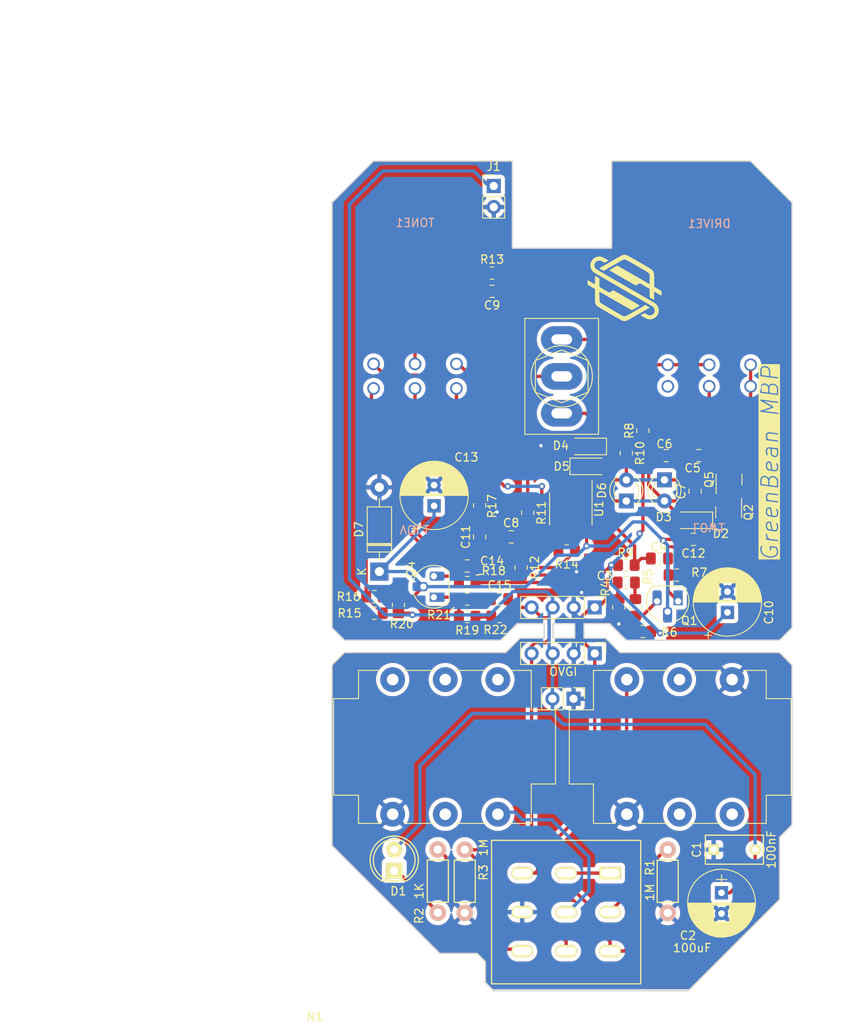
<source format=kicad_pcb>
(kicad_pcb (version 20221018) (generator pcbnew)
  (title_block (title "Template Project") (date "2023-08-09") (company "TKW"))
  (layers (0 "F.Cu" signal) (31 "B.Cu" signal) (34 "B.Paste" user) (35 "F.Paste" user) (36 "B.SilkS" user "B.Silkscreen") (37 "F.SilkS" user "F.Silkscreen") (38 "B.Mask" user) (39 "F.Mask" user) (44 "Edge.Cuts" user))
  (net 0 "")
  (net 1 "GND")
  (net 2 "+9V")
  (net 3 "Net-(D1-K)")
  (net 4 "O")
  (net 5 "I")
  (net 6 "Net-(SW1C-C)")
  (net 7 "Net-(C3-Pad2)")
  (net 8 "Net-(Q1-E)")
  (net 9 "Net-(U1A-+)")
  (net 10 "Net-(SW1A-A)")
  (net 14 "Net-(SW1A-B)")
  (net 18 "Net-(SW1B-B)")
  (net 20 "Net-(C5-Pad1)")
  (net 21 "Net-(C5-Pad2)")
  (net 22 "A")
  (net 23 "B")
  (net 24 "Net-(U1B-+)")
  (net 25 "Net-(C9-Pad1)")
  (net 26 "Net-(C9-Pad2)")
  (net 27 "VB")
  (net 28 "Net-(C11-Pad1)")
  (net 29 "Net-(C11-Pad2)")
  (net 30 "VC")
  (net 31 "Net-(C14-Pad1)")
  (net 32 "Net-(Q4-B)")
  (net 33 "Net-(C15-Pad1)")
  (net 34 "Net-(D2-K)")
  (net 35 "Net-(D4-K)")
  (net 36 "Net-(DRIVE1-Pad2)")
  (net 38 "Net-(Q1-B)")
  (net 39 "Net-(Q4-E)")
  (net 40 "Net-(U1B--)")
  (net 41 "Net-(R17-Pad2)")
  (net 42 "Net-(Q2-D)")
  (footprint "Pedal-Components:3PDT-Footswitch" (layer "F.Cu") (at 143.25 142.525 180)
    (fp_text reference "SW1" hide)
    (fp_text value "SW_3PDT" hide)
  )
  (footprint "Connector_Audio:Jack_6.35mm_Neutrik_NMJ6HCD2_Horizontal" (layer "F.Cu") (at 135.01 130.73 180)
    (fp_text reference "J3" hide)
    (fp_text value "NMJ6HCD2")
  )
  (footprint "Connector_PinHeader_2.54mm:PinHeader_1x02_P2.54mm_Vertical" (layer "F.Cu") (at 134.51 55)
    (fp_text reference "J1")
    (fp_text value "V+ GND")
  )
  (footprint "Pin_Headers:Pin_Header_Straight_1x04_Pitch2.54mm" (layer "F.Cu") (at 146.7 111.35 -90)
    (fp_text reference "JOVGI1" hide)
    (fp_text value "OVGI")
  )
  (footprint "Pin_Headers:Pin_Header_Straight_1x04_Pitch2.54mm" (layer "F.Cu") (at 146.7 105.8 -90)
    (fp_text reference "JOVGI2" hide)
    (fp_text value "OVGI" hide)
  )
  (footprint "Capacitors_THT:CP_Radial_D8.0mm_P2.50mm" (layer "F.Cu") (at 162 140.2 -90)
    (fp_text reference "C2")
    (fp_text value "100uF")
  )
  (footprint "LEDs:LED-5MM" (layer "F.Cu") (at 122.5 137.54 90)
    (fp_text reference "D1")
    (fp_text value "LED" hide)
  )
  (footprint "Resistors_ThroughHole:Resistor_Horizontal_RM7mm" (layer "F.Cu") (at 155.5 135 -90)
    (fp_text reference "R1")
    (fp_text value "1M")
  )
  (footprint "Resistors_ThroughHole:Resistor_Horizontal_RM7mm" (layer "F.Cu") (at 127.76 142.6 90)
    (fp_text reference "R2")
    (fp_text value "1K")
  )
  (footprint "Resistors_ThroughHole:Resistor_Horizontal_RM7mm" (layer "F.Cu") (at 131.01 135 -90)
    (fp_text reference "R3")
    (fp_text value "1M")
  )
  (footprint "Capacitors_ThroughHole:C_Rect_L7_W3.5_P5" (layer "F.Cu") (at 161.05 135)
    (fp_text reference "C1")
    (fp_text value "100nF")
  )
  (footprint "Connector_PinHeader_2.54mm:PinHeader_1x02_P2.54mm_Vertical" (layer "F.Cu") (at 144.14 116.81 -90)
    (fp_text reference "J4" hide)
    (fp_text value "V+ GND")
  )
  (footprint "Connector_Audio:Jack_6.35mm_Neutrik_NMJ6HCD2_Horizontal" (layer "F.Cu") (at 150.575 114.5)
    (fp_text reference "J2" hide)
    (fp_text value "NMJ6HCD2")
  )
  (footprint "Resistor_SMD:R_0805_2012Metric_Pad1.20x1.40mm_HandSolder" (layer "F.Cu") (at 143.31 99)
    (fp_text reference "R14")
    (fp_text value "1k")
  )
  (footprint "Pedal-Components:SW_Toggle_Blue_wSlots" (layer "F.Cu") (at 142.71 77.95 90)
    (fp_text reference "SW2" hide)
    (fp_text value "SW_SPDT")
  )
  (footprint "LED_THT:LED_D3.0mm" (layer "F.Cu") (at 150.51 92.975 90)
    (fp_text reference "D6")
    (fp_text value "LED")
  )
  (footprint "Resistor_SMD:R_0805_2012Metric_Pad1.20x1.40mm_HandSolder" (layer "F.Cu") (at 131.31 106.9 180)
    (fp_text reference "R19")
    (fp_text value "10k")
  )
  (footprint "LED_THT:LED_D3.0mm" (layer "F.Cu") (at 155.11 90.425 -90)
    (fp_text reference "D3")
    (fp_text value "LED")
  )
  (footprint "Resistor_SMD:R_0805_2012Metric_Pad1.20x1.40mm_HandSolder" (layer "F.Cu") (at 137.81 101 -90)
    (fp_text reference "R12")
    (fp_text value "10k")
  )
  (footprint "Capacitor_SMD:C_0805_2012Metric_Pad1.18x1.45mm_HandSolder" (layer "F.Cu") (at 136.61 97.3)
    (fp_text reference "C8")
    (fp_text value "220n")
  )
  (footprint "Resistor_SMD:R_0805_2012Metric_Pad1.20x1.40mm_HandSolder" (layer "F.Cu") (at 135.21 106.9)
    (fp_text reference "R22")
    (fp_text value "10k")
  )
  (footprint "Package_SO:SO-8_3.9x4.9mm_P1.27mm" (layer "F.Cu") (at 143.81 93.9 -90)
    (fp_text reference "U1")
    (fp_text value "RC4558")
  )
  (footprint "Resistor_SMD:R_0805_2012Metric_Pad1.20x1.40mm_HandSolder" (layer "F.Cu") (at 123.01 105.5 -90)
    (fp_text reference "R20")
    (fp_text value "47R")
  )
  (footprint "Diode_SMD:D_SOD-123F" (layer "F.Cu") (at 145.91 88.8)
    (fp_text reference "D5")
    (fp_text value "1N914")
  )
  (footprint "Capacitor_SMD:C_0805_2012Metric_Pad1.18x1.45mm_HandSolder" (layer "F.Cu") (at 154.51 99.9 180)
    (fp_text reference "C4")
    (fp_text value "1u")
  )
  (footprint "Diode_SMD:D_SOD-123F" (layer "F.Cu") (at 145.91 86.4 180)
    (fp_text reference "D4")
    (fp_text value "1N914")
  )
  (footprint "Capacitor_THT:CP_Radial_D8.0mm_P2.50mm" (layer "F.Cu") (at 127.31 93.552651 90)
    (fp_text reference "C13")
    (fp_text value "100uF")
  )
  (footprint "Capacitor_SMD:C_0805_2012Metric_Pad1.18x1.45mm_HandSolder" (layer "F.Cu") (at 155.31 87.5 180)
    (fp_text reference "C6")
    (fp_text value "47n")
  )
  (footprint "Resistor_SMD:R_0805_2012Metric_Pad1.20x1.40mm_HandSolder" (layer "F.Cu") (at 156.61 101.9 180)
    (fp_text reference "R7")
    (fp_text value "10k")
  )
  (footprint "Capacitor_SMD:C_0805_2012Metric_Pad1.18x1.45mm_HandSolder" (layer "F.Cu") (at 150.51 102.8)
    (fp_text reference "C3")
    (fp_text value "20n")
  )
  (footprint "Resistor_SMD:R_0805_2012Metric_Pad1.20x1.40mm_HandSolder" (layer "F.Cu") (at 138.61 94.4 -90)
    (fp_text reference "R11")
    (fp_text value "1k")
  )
  (footprint "Pedal-Components:tkw" (layer "F.Cu") (at 150.26 67.3)
    (fp_text reference "G***" hide)
    (fp_text value "LOGO" hide)
  )
  (footprint "Resistor_SMD:R_0805_2012Metric_Pad1.20x1.40mm_HandSolder" (layer "F.Cu") (at 134.31 65.5)
    (fp_text reference "R13")
    (fp_text value "220R")
  )
  (footprint "Capacitor_SMD:C_0805_2012Metric_Pad1.18x1.45mm_HandSolder" (layer "F.Cu") (at 158.61 97.6 180)
    (fp_text reference "C12")
    (fp_text value "220n")
  )
  (footprint "Resistor_SMD:R_0805_2012Metric_Pad1.20x1.40mm_HandSolder" (layer "F.Cu") (at 151.61 105.8 90)
    (fp_text reference "R5")
    (fp_text value "1k")
  )
  (footprint "Capacitor_SMD:C_0805_2012Metric_Pad1.18x1.45mm_HandSolder" (layer "F.Cu") (at 134.31 67.7 180)
    (fp_text reference "C9")
    (fp_text value "220n")
  )
  (footprint "Resistor_SMD:R_0805_2012Metric_Pad1.20x1.40mm_HandSolder" (layer "F.Cu") (at 150.51 100.7 180)
    (fp_text reference "R9")
    (fp_text value "10k")
  )
  (footprint "Package_TO_SOT_THT:TO-92L_HandSolder" (layer "F.Cu") (at 156.76 105.05 180)
    (fp_text reference "Q1")
    (fp_text value "2SC1815")
  )
  (footprint "Resistor_SMD:R_0805_2012Metric_Pad1.20x1.40mm_HandSolder" (layer "F.Cu") (at 152.51 108.7)
    (fp_text reference "R6")
    (fp_text value "510k")
  )
  (footprint "Resistor_SMD:R_0805_2012Metric_Pad1.20x1.40mm_HandSolder" (layer "F.Cu") (at 120.11 104.5)
    (fp_text reference "R16")
    (fp_text value "10k")
  )
  (footprint "Capacitor_THT:CP_Radial_D8.0mm_P2.50mm" (layer "F.Cu") (at 162.71 106.4 90)
    (fp_text reference "C10")
    (fp_text value "10uF")
  )
  (footprint "Resistor_SMD:R_0805_2012Metric_Pad1.20x1.40mm_HandSolder" (layer "F.Cu") (at 131.31 102.8)
    (fp_text reference "R18")
    (fp_text value "510k")
  )
  (footprint "Capacitor_SMD:C_0805_2012Metric_Pad1.18x1.45mm_HandSolder" (layer "F.Cu") (at 132.81 97.3 90)
    (fp_text reference "C11")
    (fp_text value "1u")
  )
  (footprint "Capacitor_SMD:C_0805_2012Metric_Pad1.18x1.45mm_HandSolder" (layer "F.Cu") (at 131.31 100.8 180)
    (fp_text reference "C14")
    (fp_text value "100n")
  )
  (footprint "Capacitor_SMD:C_0805_2012Metric_Pad1.18x1.45mm_HandSolder" (layer "F.Cu") (at 159.2475 87.5)
    (fp_text reference "C5")
    (fp_text value "150n")
  )
  (footprint "Resistor_SMD:R_0805_2012Metric_Pad1.20x1.40mm_HandSolder" (layer "F.Cu") (at 131.31 104.8)
    (fp_text reference "R21")
    (fp_text value "100R")
  )
  (footprint "Package_TO_SOT_THT:TO-92L_HandSolder" (layer "F.Cu") (at 127.28 104.57 90)
    (fp_text reference "Q4")
    (fp_text value "2SC1815")
  )
  (footprint "Package_TO_SOT_SMD:SOT-23" (layer "F.Cu") (at 162.91 90.4 90)
    (fp_text reference "Q5")
    (fp_text value "2N7002")
  )
  (footprint "Resistor_SMD:R_0805_2012Metric_Pad1.20x1.40mm_HandSolder" (layer "F.Cu") (at 152.51 84.5 90)
    (fp_text reference "R8")
    (fp_text value "4k7")
  )
  (footprint "Pedal-Components:1590B" (layer "F.Cu") (at 112.94 154.659085)
    (fp_text reference "N1")
    (fp_text value "Housing")
  )
  (footprint "Resistor_SMD:R_0805_2012Metric_Pad1.20x1.40mm_HandSolder" (layer "F.Cu") (at 150.51 87.2 -90)
    (fp_text reference "R10")
    (fp_text value "51k")
  )
  (footprint "Capacitor_SMD:C_0805_2012Metric_Pad1.18x1.45mm_HandSolder" (layer "F.Cu") (at 158.81 91.8 90)
    (fp_text reference "C7")
    (fp_text value "51p")
  )
  (footprint "Capacitor_SMD:C_0805_2012Metric_Pad1.18x1.45mm_HandSolder" (layer "F.Cu") (at 135.21 104.8)
    (fp_text reference "C15")
    (fp_text value "1u")
  )
  (footprint "Package_TO_SOT_SMD:SOT-23" (layer "F.Cu") (at 162.86 94.3375 -90)
    (fp_text reference "Q2")
    (fp_text value "2N7002")
  )
  (footprint "Resistor_SMD:R_0805_2012Metric_Pad1.20x1.40mm_HandSolder" (layer "F.Cu") (at 132.81 93.5 90)
    (fp_text reference "R17")
    (fp_text value "1k")
  )
  (footprint "Diode_SMD:D_SOD-123F" (layer "F.Cu") (at 158.71 95.3 180)
    (fp_text reference "D2")
    (fp_text value "BAT41")
  )
  (footprint "Resistor_SMD:R_0805_2012Metric_Pad1.20x1.40mm_HandSolder" (layer "F.Cu") (at 120.11 106.5)
    (fp_text reference "R15")
    (fp_text value "10k")
  )
  (footprint "Resistor_SMD:R_0805_2012Metric_Pad1.20x1.40mm_HandSolder" (layer "F.Cu") (at 149.61 105.8 90)
    (fp_text reference "R4")
    (fp_text value "1M")
  )
  (footprint "Diode_THT:D_DO-41_SOD81_P10.16mm_Horizontal" (layer "F.Cu") (at 120.71 101.48 90)
    (fp_text reference "D7")
    (fp_text value "1N4001")
  )
  (footprint "Pedal-Components:Potentiometer_ALPHA_RV16106N" (layer "B.Cu") (at 160.51 95.654168)
    (fp_text reference "LOW1")
    (fp_text value "20KB")
  )
  (footprint "Pedal-Components:Potentiometer_ALPHA_RV16106N" (layer "B.Cu") (at 125.01 59.945832 180)
    (fp_text reference "TONE1")
    (fp_text value "20KB")
  )
  (footprint "Pedal-Components:Potentiometer_ALPHA_RV16106N" (layer "B.Cu") (at 160.51 60.05 180)
    (fp_text reference "DRIVE1")
    (fp_text value "500KA")
  )
  (footprint "Pedal-Components:Potentiometer_ALPHA_RV16106N" (layer "B.Cu") (at 125.01 95.904168)
    (fp_text reference "VOL1")
    (fp_text value "100KB")
  )
  (gr_line (start 129.21 106.3) (end 129.71 105.8) (stroke (width 0.15)) (layer "F.SilkS"))
  (gr_line (start 133.11 101.8) (end 132.41 101.9) (stroke (width 0.15)) (layer "F.SilkS"))
  (gr_line (start 145.4 107.75) (end 148.5 107.75) (stroke (width 0.15)) (layer "Edge.Cuts"))
  (gr_line (start 137.7 109.5) (end 140.6 109.5) (stroke (width 0.15)) (layer "Edge.Cuts"))
  (gr_line (start 128 147.5) (end 127 146.5) (stroke (width 0.15)) (layer "Edge.Cuts"))
  (gr_line (start 115 134.5) (end 115 121) (stroke (width 0.15)) (layer "Edge.Cuts"))
  (gr_line (start 135.35 109.75) (end 116.5 109.75) (stroke (width 0.15)) (layer "Edge.Cuts"))
  (gr_line (start 145.4 109.5) (end 148 109.5) (stroke (width 0.15)) (layer "Edge.Cuts"))
  (gr_line (start 148.75 62.5) (end 148.75 52) (stroke (width 0.15)) (layer "Edge.Cuts"))
  (gr_line (start 127 146.5) (end 115 134.5) (stroke (width 0.15)) (layer "Edge.Cuts"))
  (gr_line (start 115 57) (end 115 108.25) (stroke (width 0.15)) (layer "Edge.Cuts"))
  (gr_line (start 169 141) (end 158 152) (stroke (width 0.15)) (layer "Edge.Cuts"))
  (gr_line (start 133.5 151) (end 133.5 148.5) (stroke (width 0.15)) (layer "Edge.Cuts"))
  (gr_line (start 149.75 111.25) (end 164.75 111.25) (stroke (width 0.15)) (layer "Edge.Cuts"))
  (gr_line (start 148.5 107.75) (end 150.5 109.75) (stroke (width 0.15)) (layer "Edge.Cuts"))
  (gr_line (start 165.5 52) (end 170.5 57) (stroke (width 0.15)) (layer "Edge.Cuts"))
  (gr_line (start 169 109.75) (end 170.5 108.25) (stroke (width 0.15)) (layer "Edge.Cuts"))
  (gr_line (start 169 133.5) (end 170.5 132) (stroke (width 0.15)) (layer "Edge.Cuts"))
  (gr_line (start 116.5 109.75) (end 115 108.25) (stroke (width 0.15)) (layer "Edge.Cuts"))
  (gr_line (start 140.6 107.75) (end 140.6 109.5) (stroke (width 0.15)) (layer "Edge.Cuts"))
  (gr_line (start 137.35 107.75) (end 135.35 109.75) (stroke (width 0.15)) (layer "Edge.Cuts"))
  (gr_line (start 115 57) (end 120 52) (stroke (width 0.15)) (layer "Edge.Cuts"))
  (gr_line (start 170.5 85) (end 170.5 57) (stroke (width 0.15)) (layer "Edge.Cuts"))
  (gr_line (start 136.75 62.5) (end 148.75 62.5) (stroke (width 0.15)) (layer "Edge.Cuts"))
  (gr_line (start 136.75 52) (end 120 52) (stroke (width 0.15)) (layer "Edge.Cuts"))
  (gr_line (start 170.5 112.75) (end 169 111.25) (stroke (width 0.15)) (layer "Edge.Cuts"))
  (gr_line (start 135.95 111.25) (end 117 111.25) (stroke (width 0.15)) (layer "Edge.Cuts"))
  (gr_line (start 134.5 152) (end 158 152) (stroke (width 0.15)) (layer "Edge.Cuts"))
  (gr_line (start 116.5 109.75) (end 116.5 109.75) (stroke (width 0.15)) (layer "Edge.Cuts"))
  (gr_line (start 137.7 109.5) (end 135.95 111.25) (stroke (width 0.15)) (layer "Edge.Cuts"))
  (gr_line (start 169 133.5) (end 169 141) (stroke (width 0.15)) (layer "Edge.Cuts"))
  (gr_line (start 170.5 108.25) (end 170.5 85) (stroke (width 0.15)) (layer "Edge.Cuts"))
  (gr_line (start 136.75 52) (end 136.75 62.5) (stroke (width 0.15)) (layer "Edge.Cuts"))
  (gr_line (start 134.5 152) (end 133.5 151) (stroke (width 0.15)) (layer "Edge.Cuts"))
  (gr_line (start 133.5 148.5) (end 132.5 147.5) (stroke (width 0.15)) (layer "Edge.Cuts"))
  (gr_rect (start 141.67 107.76) (end 144.29 109.49) (stroke (width 0.15)) (fill none) (layer "Edge.Cuts"))
  (gr_line (start 115 112.75) (end 115 121) (stroke (width 0.15)) (layer "Edge.Cuts"))
  (gr_line (start 148.75 52) (end 165.5 52) (stroke (width 0.15)) (layer "Edge.Cuts"))
  (gr_line (start 132.5 147.5) (end 128.5 147.5) (stroke (width 0.15)) (layer "Edge.Cuts"))
  (gr_line (start 145.4 107.75) (end 145.4 109.5) (stroke (width 0.15)) (layer "Edge.Cuts"))
  (gr_line (start 169 111.25) (end 164.75 111.25) (stroke (width 0.15)) (layer "Edge.Cuts"))
  (gr_line (start 116.5 111.25) (end 115 112.75) (stroke (width 0.15)) (layer "Edge.Cuts"))
  (gr_line (start 148 109.5) (end 149.75 111.25) (stroke (width 0.15)) (layer "Edge.Cuts"))
  (gr_line (start 170.5 132) (end 170.5 112.75) (stroke (width 0.15)) (layer "Edge.Cuts"))
  (gr_line (start 128.5 147.5) (end 128 147.5) (stroke (width 0.15)) (layer "Edge.Cuts"))
  (gr_line (start 137.35 107.75) (end 140.6 107.75) (stroke (width 0.15)) (layer "Edge.Cuts"))
  (gr_line (start 150.5 109.75) (end 169 109.75) (stroke (width 0.15)) (layer "Edge.Cuts"))
  (gr_line (start 117 111.25) (end 116.5 111.25) (stroke (width 0.15)) (layer "Edge.Cuts"))
  (gr_text "GreenBean MBP" (at 169.01 100.3 90) (layer "F.SilkS" knockout) (effects (font (size 2 2) (thickness 0.15) italic) (justify left bottom)))
  (via (at 134.91 94.3) (size 0.8) (drill 0.4) (layers "F.Cu" "B.Cu") (net 1))
  (via (at 140.21 86.3) (size 0.8) (drill 0.4) (layers "F.Cu" "B.Cu") (net 1))
  (via (at 144.51 101.5) (size 0.8) (drill 0.4) (layers "F.Cu" "B.Cu") (net 1))
  (via (at 145.11 104) (size 0.8) (drill 0.4) (layers "F.Cu" "B.Cu") (net 1))
  (via (at 149.61 107.8) (size 0.8) (drill 0.4) (layers "F.Cu" "B.Cu") (net 1))
  (segment (start 144.16 105.8) (end 144.16 106.44) (width 0.4) (layer "B.Cu") (net 1))
  (segment (start 144.75 107.03) (end 144.75 110.76) (width 0.4) (layer "B.Cu") (net 1))
  (segment (start 144.75 110.76) (end 144.16 111.35) (width 0.4) (layer "B.Cu") (net 1))
  (segment (start 144.16 106.44) (end 144.75 107.03) (width 0.4) (layer "B.Cu") (net 1))
  (segment (start 162 140.2) (end 163 140.2) (width 0.4) (layer "F.Cu") (net 2))
  (segment (start 124.71 106.5) (end 124.91 106.7) (width 0.4) (layer "F.Cu") (net 2))
  (segment (start 163 140.2) (end 166.05 137.15) (width 0.4) (layer "F.Cu") (net 2))
  (segment (start 166.05 137.15) (end 166.05 135.919238) (width 0.4) (layer "F.Cu") (net 2))
  (segment (start 166.05 135.919238) (end 166.05 135) (width 0.4) (layer "F.Cu") (net 2))
  (segment (start 124.91 106.7) (end 124.71 106.7) (width 0.4) (layer "F.Cu") (net 2))
  (segment (start 123.01 106.5) (end 124.71 106.5) (width 0.4) (layer "F.Cu") (net 2))
  (via (at 124.71 106.7) (size 0.8) (drill 0.4) (layers "F.Cu" "B.Cu") (net 2))
  (segment (start 134.51 55) (end 133.91 55) (width 0.4) (layer "B.Cu") (net 2))
  (segment (start 125.6 131.9) (end 122.5 135) (width 0.4) (layer "B.Cu") (net 2))
  (segment (start 141.19 110.92) (end 141.62 111.35) (width 0.4) (layer "B.Cu") (net 2))
  (segment (start 141.65 105.77) (end 141.62 105.8) (width 0.4) (layer "B.Cu") (net 2))
  (segment (start 140.91 103.9) (end 141.62 104.61) (width 0.4) (layer "B.Cu") (net 2))
  (segment (start 141.6 118.6) (end 142.9 119.9) (width 0.4) (layer "B.Cu") (net 2))
  (segment (start 131.9 118.6) (end 125.6 124.9) (width 0.4) (layer "B.Cu") (net 2))
  (segment (start 141.19 106.23) (end 141.19 110.92) (width 0.4) (layer "B.Cu") (net 2))
  (segment (start 134.01 106.7) (end 136.81 103.9) (width 0.4) (layer "B.Cu") (net 2))
  (segment (start 141.62 111.35) (end 141.62 112.552081) (width 0.4) (layer "B.Cu") (net 2))
  (segment (start 141.6 112.572081) (end 141.6 118.1) (width 0.4) (layer "B.Cu") (net 2))
  (segment (start 160 119.9) (end 166.05 125.95) (width 0.4) (layer "B.Cu") (net 2))
  (segment (start 141.6 118.1) (end 141.6 118.6) (width 0.4) (layer "B.Cu") (net 2))
  (segment (start 125.6 124.9) (end 125.6 131.9) (width 0.4) (layer "B.Cu") (net 2))
  (segment (start 132.11 53.2) (end 121.11 53.2) (width 0.4) (layer "B.Cu") (net 2))
  (segment (start 124.71 106.7) (end 134.01 106.7) (width 0.4) (layer "B.Cu") (net 2))
  (segment (start 121.41 106.7) (end 124.71 106.7) (width 0.4) (layer "B.Cu") (net 2))
  (segment (start 141.6 116.81) (end 141.6 118.1) (width 0.4) (layer "B.Cu") (net 2))
  (segment (start 136.81 103.9) (end 140.91 103.9) (width 0.4) (layer "B.Cu") (net 2))
  (segment (start 121.11 53.2) (end 117.11 57.2) (width 0.4) (layer "B.Cu") (net 2))
  (segment (start 142.9 119.9) (end 160 119.9) (width 0.4) (layer "B.Cu") (net 2))
  (segment (start 141.62 112.552081) (end 141.6 112.572081) (width 0.4) (layer "B.Cu") (net 2))
  (segment (start 166.05 125.95) (end 166.05 135) (width 0.4) (layer "B.Cu") (net 2))
  (segment (start 141.62 105.8) (end 141.19 106.23) (width 0.4) (layer "B.Cu") (net 2))
  (segment (start 117.11 57.2) (end 117.11 102.4) (width 0.4) (layer "B.Cu") (net 2))
  (segment (start 133.91 55) (end 132.11 53.2) (width 0.4) (layer "B.Cu") (net 2))
  (segment (start 117.11 102.4) (end 121.41 106.7) (width 0.4) (layer "B.Cu") (net 2))
  (segment (start 141.6 118.6) (end 131.9 118.6) (width 0.4) (layer "B.Cu") (net 2))
  (segment (start 141.62 104.61) (end 141.62 105.8) (width 0.4) (layer "B.Cu") (net 2))
  (segment (start 126.750511 141.500511) (end 127.75 142.5) (width 0.4) (layer "F.Cu") (net 3))
  (segment (start 122.5 137.5) (end 122.75 137.5) (width 0.4) (layer "F.Cu") (net 3))
  (segment (start 122.75 137.5) (end 126.750511 141.500511) (width 0.4) (layer "F.Cu") (net 3))
  (segment (start 139.08 111.35) (end 139.08 132.92) (width 0.4) (layer "F.Cu") (net 4))
  (segment (start 141.19 109.62) (end 140.76 110.05) (width 0.4) (layer "F.Cu") (net 4))
  (segment (start 139.08 105.8) (end 140.33 107.05) (width 0.4) (layer "F.Cu") (net 4))
  (segment (start 140.76 110.05) (end 139.51 110.05) (width 0.4) (layer "F.Cu") (net 4))
  (segment (start 141.01 107.05) (end 141.19 107.23) (width 0.4) (layer "F.Cu") (net 4))
  (segment (start 131 135.02) (end 131.22 135.02) (width 0.4) (layer "F.Cu") (net 4))
  (segment (start 137.2475 105.8) (end 136.2475 104.8) (width 0.4) (layer "F.Cu") (net 4))
  (segment (start 140.6 143.425) (end 143.25 146.075) (width 0.4) (layer "F.Cu") (net 4))
  (segment (start 136.98 135.02) (end 131 135.02) (width 0.4) (layer "F.Cu") (net 4))
  (segment (start 136.2475 104.8) (end 136.2475 106.8625) (width 0.4) (layer "F.Cu") (net 4))
  (segment (start 139.08 132.92) (end 136.98 135.02) (width 0.4) (layer "F.Cu") (net 4))
  (segment (start 139.51 110.05) (end 139.08 110.48) (width 0.4) (layer "F.Cu") (net 4))
  (segment (start 139.08 110.48) (end 139.08 111.35) (width 0.4) (layer "F.Cu") (net 4))
  (segment (start 140.33 107.05) (end 141.01 107.05) (width 0.4) (layer "F.Cu") (net 4))
  (segment (start 132.079489 135.879489) (end 136.4 140.2) (width 0.4) (layer "F.Cu") (net 4))
  (segment (start 139.08 105.8) (end 137.2475 105.8) (width 0.4) (layer "F.Cu") (net 4))
  (segment (start 143.25 146.075) (end 143.25 147.225) (width 0.4) (layer "F.Cu") (net 4))
  (segment (start 131.22 135.02) (end 132.079489 135.879489) (width 0.4) (layer "F.Cu") (net 4))
  (segment (start 140.6 141.6) (end 140.6 143.425) (width 0.4) (layer "F.Cu") (net 4))
  (segment (start 141.19 107.23) (end 141.19 109.62) (width 0.4) (layer "F.Cu") (net 4))
  (segment (start 139.2 140.2) (end 140.6 141.6) (width 0.4) (layer "F.Cu") (net 4))
  (segment (start 136.2475 106.8625) (end 136.21 106.9) (width 0.4) (layer "F.Cu") (net 4))
  (segment (start 136.4 140.2) (end 139.2 140.2) (width 0.4) (layer "F.Cu") (net 4))
  (segment (start 148.55 146.075) (end 145.9 143.425) (width 0.4) (layer "F.Cu") (net 5))
  (segment (start 151.925 145.575) (end 152.5 145) (width 0.4) (layer "F.Cu") (net 5))
  (segment (start 148.55 147.225) (end 148.55 146.075) (width 0.4) (layer "F.Cu") (net 5))
  (segment (start 152.5 145) (end 152.5 141.5) (width 0.4) (layer "F.Cu") (net 5))
  (segment (start 146.7 111.35) (end 146.7 115.62) (width 0.4) (layer "F.Cu") (net 5))
  (segment (start 141.6 140.1) (end 140.5 139) (width 0.4) (layer "F.Cu") (net 5))
  (segment (start 145 130.8) (end 145 124.64) (width 0.4) (layer "F.Cu") (net 5))
  (segment (start 139.8 137.525) (end 139.8 136) (width 0.4) (layer "F.Cu") (net 5))
  (segment (start 151.9 145.575) (end 151.925 145.575) (width 0.4) (layer "F.Cu") (net 5))
  (segment (start 145 124.64) (end 146.7 122.94) (width 0.4) (layer "F.Cu") (net 5))
  (segment (start 154 140) (end 154 136.25) (width 0.4) (layer "F.Cu") (net 5))
  (segment (start 139.825 137.825) (end 139.5 137.825) (width 0.4) (layer "F.Cu") (net 5))
  (segment (start 148.11 104.8) (end 149.61 104.8) (width 0.4) (layer "F.Cu") (net 5))
  (segment (start 139.8 136) (end 145 130.8) (width 0.4) (layer "F.Cu") (net 5))
  (segment (start 140.5 138.5) (end 139.825 137.825) (width 0.4) (layer "F.Cu") (net 5))
  (segment (start 147.11 105.8) (end 148.11 104.8) (width 0.4) (layer "F.Cu") (net 5))
  (segment (start 154 136.25) (end 155.5 134.75) (width 0.4) (layer "F.Cu") (net 5))
  (segment (start 146.26 105.8) (end 144.76 107.3) (width 0.4) (layer "F.Cu") (net 5))
  (segment (start 146.7 105.8) (end 146.26 105.8) (width 0.4) (layer "F.Cu") (net 5))
  (segment (start 146.7 105.8) (end 147.11 105.8) (width 0.4) (layer "F.Cu") (net 5))
  (segment (start 149.4725 102.8) (end 149.4725 104.6625) (width 0.4) (layer "F.Cu") (net 5))
  (segment (start 149.4725 104.6625) (end 149.61 104.8) (width 0.4) (layer "F.Cu") (net 5))
  (segment (start 140.5 139) (end 140.5 138.5) (width 0.4) (layer "F.Cu") (net 5))
  (segment (start 145.9 141.6) (end 144.4 140.1) (width 0.4) (layer "F.Cu") (net 5))
  (segment (start 144.76 107.3) (end 144.76 109.41) (width 0.4) (layer "F.Cu") (net 5))
  (segment (start 150.25 147.225) (end 151.9 145.575) (width 0.4) (layer "F.Cu") (net 5))
  (segment (start 137.95 137.825) (end 139.5 137.825) (width 0.4) (layer "F.Cu") (net 5))
  (segment (start 148.55 147.225) (end 150.25 147.225) (width 0.4) (layer "F.Cu") (net 5))
  (segment (start 144.4 140.1) (end 141.6 140.1) (width 0.4) (layer "F.Cu") (net 5))
  (segment (start 139.5 137.825) (end 139.8 137.525) (width 0.4) (layer "F.Cu") (net 5))
  (segment (start 144.76 109.41) (end 146.7 111.35) (width 0.4) (layer "F.Cu") (net 5))
  (segment (start 146.7 115.62) (end 146.7 122.94) (width 0.4) (layer "F.Cu") (net 5))
  (segment (start 145.9 143.425) (end 145.9 141.6) (width 0.4) (layer "F.Cu") (net 5))
  (segment (start 152.5 141.5) (end 154 140) (width 0.4) (layer "F.Cu") (net 5))
  (segment (start 133.2 139.9) (end 134.2 140.9) (width 0.4) (layer "F.Cu") (net 6))
  (segment (start 130.9 139.9) (end 133.2 139.9) (width 0.4) (layer "F.Cu") (net 6))
  (segment (start 137.725 147) (end 137.95 147.225) (width 0.4) (layer "F.Cu") (net 6))
  (segment (start 128.749489 137.749489) (end 130.9 139.9) (width 0.4) (layer "F.Cu") (net 6))
  (segment (start 128.749489 135.879489) (end 128.749489 137.749489) (width 0.4) (layer "F.Cu") (net 6))
  (segment (start 134.2 140.9) (end 134.2 145.1) (width 0.4) (layer "F.Cu") (net 6))
  (segment (start 127.75 135) (end 127.87 135) (width 0.4) (layer "F.Cu") (net 6))
  (segment (start 127.87 135) (end 128.749489 135.879489) (width 0.4) (layer "F.Cu") (net 6))
  (segment (start 134.2 145.1) (end 136.1 147) (width 0.4) (layer "F.Cu") (net 6))
  (segment (start 136.1 147) (end 137.725 147) (width 0.4) (layer "F.Cu") (net 6))
  (segment (start 151.5475 102.8) (end 151.5475 104.7375) (width 0.4) (layer "F.Cu") (net 7))
  (segment (start 151.5475 104.7375) (end 151.61 104.8) (width 0.4) (layer "F.Cu") (net 7))
  (segment (start 155.5475 99.9) (end 155.5475 103.8375) (width 0.4) (layer "F.Cu") (net 8))
  (segment (start 155.5475 103.8375) (end 156.76 105.05) (width 0.4) (layer "F.Cu") (net 8))
  (segment (start 152.31 99.9) (end 151.51 100.7) (width 0.4) (layer "F.Cu") (net 9))
  (segment (start 151.51 98.4) (end 146.91 93.8) (width 0.4) (layer "F.Cu") (net 9))
  (segment (start 144.21 93.8) (end 143.175 92.765) (width 0.4) (layer "F.Cu") (net 9))
  (segment (start 143.175 92.765) (end 143.175 91.325) (width 0.4) (layer "F.Cu") (net 9))
  (segment (start 146.91 93.8) (end 144.21 93.8) (width 0.4) (layer "F.Cu") (net 9))
  (segment (start 151.51 100.7) (end 151.51 98.4) (width 0.4) (layer "F.Cu") (net 9))
  (segment (start 153.4725 99.9) (end 152.31 99.9) (width 0.4) (layer "F.Cu") (net 9))
  (segment (start 143.25 137.825) (end 144.95 137.825) (width 0.4) (layer "F.Cu") (net 10))
  (segment (start 144.95 137.825) (end 148.55 137.825) (width 0.4) (layer "F.Cu") (net 10))
  (segment (start 150.55 125.42) (end 150.55 114.53) (width 0.4) (layer "F.Cu") (net 14))
  (segment (start 151.5 139.5) (end 151.5 135.82) (width 0.4) (layer "F.Cu") (net 14))
  (segment (start 148.66 134.01) (end 147.48 132.83) (width 0.4) (layer "F.Cu") (net 14))
  (segment (start 149.275 142.525) (end 148.55 142.525) (width 0.4) (layer "F.Cu") (net 14))
  (segment (start 148.55 142.45) (end 151.5 139.5) (width 0.4) (layer "F.Cu") (net 14))
  (segment (start 148.55 142.525) (end 148.55 142.45) (width 0.4) (layer "F.Cu") (net 14))
  (segment (start 149.69 134.01) (end 148.66 134.01) (width 0.4) (layer "F.Cu") (net 14))
  (segment (start 147.48 132.83) (end 147.48 128.49) (width 0.4) (layer "F.Cu") (net 14))
  (segment (start 147.48 128.49) (end 150.55 125.42) (width 0.4) (layer "F.Cu") (net 14))
  (segment (start 151.5 135.82) (end 149.69 134.01) (width 0.4) (layer "F.Cu") (net 14))
  (segment (start 143.45 142.55) (end 143.25 142.55) (width 0.4) (layer "B.Cu") (net 18))
  (segment (start 146 140) (end 143.45 142.55) (width 0.4) (layer "B.Cu") (net 18))
  (segment (start 141.5 131.4) (end 146 135.9) (width 0.4) (layer "B.Cu") (net 18))
  (segment (start 146 135.9) (end 146 140) (width 0.4) (layer "B.Cu") (net 18))
  (segment (start 137.99132 131.4) (end 141.5 131.4) (width 0.4) (layer "B.Cu") (net 18))
  (segment (start 134.95 130.48) (end 137.07132 130.48) (width 0.4) (layer "B.Cu") (net 18))
  (segment (start 137.07132 130.48) (end 137.99132 131.4) (width 0.4) (layer "B.Cu") (net 18))
  (segment (start 156.01 87.1625) (end 156.3475 87.5) (width 0.4) (layer "F.Cu") (net 20))
  (segment (start 154.21 83.5) (end 156.01 85.3) (width 0.4) (layer "F.Cu") (net 20))
  (segment (start 156.01 85.3) (end 156.01 87.1625) (width 0.4) (layer "F.Cu") (net 20))
  (segment (start 152.51 83.5) (end 154.21 83.5) (width 0.4) (layer "F.Cu") (net 20))
  (segment (start 156.3475 87.5) (end 158.21 87.5) (width 0.4) (layer "F.Cu") (net 20))
  (segment (start 160.285 87.5) (end 160.51 87.275) (width 0.4) (layer "F.Cu") (net 21))
  (segment (start 160.51 87.275) (end 160.51 79.154168) (width 0.4) (layer "F.Cu") (net 21))
  (segment (start 145.335 92.975) (end 145.31 93) (width 0.4) (layer "F.Cu") (net 22))
  (segment (start 158.6825 92.965) (end 158.81 92.8375) (width 0.4) (layer "F.Cu") (net 22))
  (segment (start 144.445 88.865) (end 144.51 88.8) (width 0.4) (layer "F.Cu") (net 22))
  (segment (start 144.51 88.8) (end 144.51 86.4) (width 0.4) (layer "F.Cu") (net 22))
  (segment (start 163.01 89.9) (end 159.91 93) (width 0.4) (layer "F.Cu") (net 22))
  (segment (start 158.9725 93) (end 158.81 92.8375) (width 0.4) (layer "F.Cu") (net 22))
  (segment (start 159.91 93) (end 158.9725 93) (width 0.4) (layer "F.Cu") (net 22))
  (segment (start 145.31 93) (end 144.445 92.135) (width 0.4) (layer "F.Cu") (net 22))
  (segment (start 165.51 76.8) (end 165.76 76.55) (width 0.4) (layer "F.Cu") (net 22))
  (segment (start 157.31 95.165) (end 155.11 92.965) (width 0.4) (layer "F.Cu") (net 22))
  (segment (start 165.51 86.8625) (end 165.51 76.8) (width 0.4) (layer "F.Cu") (net 22))
  (segment (start 154.2725 87.5) (end 153.91 87.5) (width 0.4) (layer "F.Cu") (net 22))
  (segment (start 157.31 95.3) (end 157.31 95.165) (width 0.4) (layer "F.Cu") (net 22))
  (segment (start 150.51 92.975) (end 145.335 92.975) (width 0.4) (layer "F.Cu") (net 22))
  (segment (start 162.91 89.4625) (end 165.51 86.8625) (width 0.4) (layer "F.Cu") (net 22))
  (segment (start 144.445 91.325) (end 144.445 88.865) (width 0.4) (layer "F.Cu") (net 22))
  (segment (start 144.445 92.135) (end 144.445 91.325) (width 0.4) (layer "F.Cu") (net 22))
  (segment (start 153.21 91.065) (end 155.11 92.965) (width 0.4) (layer "F.Cu") (net 22))
  (segment (start 155.11 92.965) (end 158.6825 92.965) (width 0.4) (layer "F.Cu") (net 22))
  (segment (start 153.21 88.2) (end 153.21 91.065) (width 0.4) (layer "F.Cu") (net 22))
  (segment (start 153.91 87.5) (end 153.21 88.2) (width 0.4) (layer "F.Cu") (net 22))
  (segment (start 155.11 92.965) (end 150.52 92.965) (width 0.4) (layer "B.Cu") (net 22))
  (segment (start 150.52 92.965) (end 150.51 92.975) (width 0.4) (layer "B.Cu") (net 22))
  (segment (start 145.715 91.325) (end 146.605 90.435) (width 0.4) (layer "F.Cu") (net 23))
  (segment (start 138.76 85.55) (end 138.61 85.7) (width 0.4) (layer "F.Cu") (net 23))
  (segment (start 145.715 85.505) (end 145.01 84.8) (width 0.4) (layer "F.Cu") (net 23))
  (segment (start 138.61 85.7) (end 139.51 84.8) (width 0.4) (layer "F.Cu") (net 23))
  (segment (start 145.715 91.325) (end 145.715 85.505) (width 0.4) (layer "F.Cu") (net 23))
  (segment (start 142.71 77.95) (end 139.61 77.95) (width 0.4) (layer "F.Cu") (net 23))
  (segment (start 158.4725 90.425) (end 158.81 90.7625) (width 0.4) (layer "F.Cu") (net 23))
  (segment (start 144.26 77.95) (end 142.71 77.95) (width 0.4) (layer "F.Cu") (net 23))
  (segment (start 150.51 88.2) (end 150.51 90.435) (width 0.4) (layer "F.Cu") (net 23))
  (segment (start 138.61 93.4) (end 138.61 85.7) (width 0.4) (layer "F.Cu") (net 23))
  (segment (start 145.01 84.8) (end 139.51 84.8) (width 0.4) (layer "F.Cu") (net 23))
  (segment (start 146.605 90.435) (end 150.51 90.435) (width 0.4) (layer "F.Cu") (net 23))
  (segment (start 139.61 77.95) (end 138.76 78.8) (width 0.4) (layer "F.Cu") (net 23))
  (segment (start 155.11 90.425) (end 158.4725 90.425) (width 0.4) (layer "F.Cu") (net 23))
  (segment (start 138.76 78.8) (end 138.76 85.55) (width 0.4) (layer "F.Cu") (net 23))
  (segment (start 150.51 90.435) (end 155.1 90.435) (width 0.4) (layer "B.Cu") (net 23))
  (segment (start 155.1 90.435) (end 155.11 90.425) (width 0.4) (layer "B.Cu") (net 23))
  (segment (start 141.905 96.475) (end 138.51 96.475) (width 0.4) (layer "F.Cu") (net 24))
  (segment (start 138.61 96.375) (end 138.51 96.475) (width 0.4) (layer "F.Cu") (net 24))
  (segment (start 137.71 97.8) (end 137.81 97.7) (width 0.4) (layer "F.Cu") (net 24))
  (segment (start 132.51 78.695832) (end 130.26 76.445832) (width 0.4) (layer "F.Cu") (net 24))
  (segment (start 138.51 96.475) (end 137.785 96.475) (width 0.4) (layer "F.Cu") (net 24))
  (segment (start 132.51 90) (end 132.51 78.695832) (width 0.4) (layer "F.Cu") (net 24))
  (segment (start 137.81 97.7) (end 137.81 96.5) (width 0.4) (layer "F.Cu") (net 24))
  (segment (start 137.785 95.275) (end 132.51 90) (width 0.4) (layer "F.Cu") (net 24))
  (segment (start 137.785 96.475) (end 137.785 95.275) (width 0.4) (layer "F.Cu") (net 24))
  (segment (start 137.81 96.5) (end 137.785 96.475) (width 0.4) (layer "F.Cu") (net 24))
  (segment (start 137.81 100) (end 137.81 97.7) (width 0.4) (layer "F.Cu") (net 24))
  (segment (start 138.61 95.4) (end 138.61 96.375) (width 0.4) (layer "F.Cu") (net 24))
  (segment (start 135.31 67.6625) (end 135.3475 67.7) (width 0.4) (layer "F.Cu") (net 25))
  (segment (start 135.31 65.5) (end 135.31 67.6625) (width 0.4) (layer "F.Cu") (net 25))
  (segment (start 129.61 67.7) (end 125.01 72.3) (width 0.4) (layer "F.Cu") (net 26))
  (segment (start 133.2725 67.7) (end 129.61 67.7) (width 0.4) (layer "F.Cu") (net 26))
  (segment (start 125.01 72.3) (end 125.01 76.445832) (width 0.4) (layer "F.Cu") (net 26))
  (segment (start 153.51 108.7) (end 154.41 108.7) (width 0.4) (layer "F.Cu") (net 27))
  (segment (start 130.51 99.1) (end 126.661472 99.1) (width 0.4) (layer "F.Cu") (net 27))
  (segment (start 154.41 108.7) (end 154.61 108.9) (width 0.4) (layer "F.Cu") (net 27))
  (segment (start 152.51 96.5) (end 152.11 96.9) (width 0.4) (layer "F.Cu") (net 27))
  (segment (start 152.51 85.5) (end 152.51 96.5) (width 0.4) (layer "F.Cu") (net 27))
  (segment (start 137.81 102.8) (end 132.31 102.8) (width 0.4) (layer "F.Cu") (net 27))
  (segment (start 146.61 102.8) (end 137.81 102.8) (width 0.4) (layer "F.Cu") (net 27))
  (segment (start 122.41 94.848528) (end 122.41 85.025) (width 0.4) (layer "F.Cu") (net 27))
  (segment (start 126.661472 99.1) (end 122.41 94.848528) (width 0.4) (layer "F.Cu") (net 27))
  (segment (start 149.51 100.7) (end 148.71 100.7) (width 0.4) (layer "F.Cu") (net 27))
  (segment (start 121.11 106.5) (end 119.11 104.5) (width 0.4) (layer "F.Cu") (net 27))
  (segment (start 131.26 99.85) (end 130.51 99.1) (width 0.4) (layer "F.Cu") (net 27))
  (segment (start 119.76 82.375) (end 119.76 79.404168) (width 0.4) (layer "F.Cu") (net 27))
  (segment (start 137.81 102) (end 137.81 102.8) (width 0.4) (layer "F.Cu") (net 27))
  (segment (start 119.11 98.148528) (end 122.41 94.848528) (width 0.4) (layer "F.Cu") (net 27))
  (segment (start 131.26 101.75) (end 131.26 99.85) (width 0.4) (layer "F.Cu") (net 27))
  (segment (start 148.71 100.7) (end 146.61 102.8) (width 0.4) (layer "F.Cu") (net 27))
  (segment (start 119.11 104.5) (end 119.11 98.148528) (width 0.4) (layer "F.Cu") (net 27))
  (segment (start 122.41 85.025) (end 119.76 82.375) (width 0.4) (layer "F.Cu") (net 27))
  (segment (start 132.31 102.8) (end 131.26 101.75) (width 0.4) (layer "F.Cu") (net 27))
  (via (at 148.71 100.7) (size 0.8) (drill 0.4) (layers "F.Cu" "B.Cu") (net 27))
  (via (at 152.11 96.9) (size 0.8) (drill 0.4) (layers "F.Cu" "B.Cu") (net 27))
  (via (at 154.61 108.9) (size 0.8) (drill 0.4) (layers "F.Cu" "B.Cu") (net 27))
  (segment (start 152.11 96.9) (end 152.11 97.3) (width 0.4) (layer "B.Cu") (net 27))
  (segment (start 148.61 100.8) (end 148.71 100.7) (width 0.4) (layer "B.Cu") (net 27))
  (segment (start 148.61 102.9) (end 148.61 100.8) (width 0.4) (layer "B.Cu") (net 27))
  (segment (start 152.11 97.3) (end 148.71 100.7) (width 0.4) (layer "B.Cu") (net 27))
  (segment (start 154.61 108.9) (end 148.61 102.9) (width 0.4) (layer "B.Cu") (net 27))
  (segment (start 160.21 108.9) (end 162.71 106.4) (width 0.4) (layer "B.Cu") (net 27))
  (segment (start 154.61 108.9) (end 160.21 108.9) (width 0.4) (layer "B.Cu") (net 27))
  (segment (start 142.21 100.9) (end 142.41 100.9) (width 0.4) (layer "F.Cu") (net 28))
  (segment (start 142.41 100.9) (end 144.31 99) (width 0.4) (layer "F.Cu") (net 28))
  (segment (start 135.31 101) (end 142.11 101) (width 0.4) (layer "F.Cu") (net 28))
  (segment (start 144.445 96.475) (end 144.445 98.865) (width 0.4) (layer "F.Cu") (net 28))
  (segment (start 132.81 98.3375) (end 132.81 98.5) (width 0.4) (layer "F.Cu") (net 28))
  (segment (start 132.81 98.5) (end 135.31 101) (width 0.4) (layer "F.Cu") (net 28))
  (segment (start 144.445 98.865) (end 144.31 99) (width 0.4) (layer "F.Cu") (net 28))
  (segment (start 142.11 101) (end 142.21 100.9) (width 0.4) (layer "F.Cu") (net 28))
  (segment (start 132.81 94.5) (end 132.81 96.2625) (width 0.4) (layer "F.Cu") (net 29))
  (segment (start 154.91 97.6) (end 154.96 97.65) (width 0.4) (layer "F.Cu") (net 30))
  (segment (start 124.81 104.5) (end 126.01 103.3) (width 0.4) (layer "F.Cu") (net 30))
  (segment (start 154.96 97.65) (end 154.96 97.75) (width 0.4) (layer "F.Cu") (net 30))
  (segment (start 121.11 104.5) (end 124.81 104.5) (width 0.4) (layer "F.Cu") (net 30))
  (segment (start 145.715 98.095) (end 145.715 96.475) (width 0.4) (layer "F.Cu") (net 30))
  (segment (start 145.71 98.4) (end 145.71 98.1) (width 0.4) (layer "F.Cu") (net 30))
  (segment (start 145.71 98.1) (end 145.715 98.095) (width 0.4) (layer "F.Cu") (net 30))
  (segment (start 157.5725 97.6) (end 154.91 97.6) (width 0.4) (layer "F.Cu") (net 30))
  (via (at 145.71 98.4) (size 0.8) (drill 0.4) (layers "F.Cu" "B.Cu") (net 30))
  (via (at 154.96 97.75) (size 0.8) (drill 0.4) (layers "F.Cu" "B.Cu") (net 30))
  (segment (start 127.31 94.88) (end 120.71 101.48) (width 0.4) (layer "B.Cu") (net 30))
  (segment (start 152.71 95.5) (end 154.96 97.75) (width 0.4) (layer "B.Cu") (net 30))
  (segment (start 145.71 98.4) (end 148.41 98.4) (width 0.4) (layer "B.Cu") (net 30))
  (segment (start 145.71 98.4) (end 144.61 99.5) (width 0.4) (layer "B.Cu") (net 30))
  (segment (start 154.96 97.75) (end 155.49 98.28) (width 0.4) (layer "B.Cu") (net 30))
  (segment (start 155.49 98.28) (end 155.49 106.32) (width 0.4) (layer "B.Cu") (net 30))
  (segment (start 142.21 99.5) (end 138.41 103.3) (width 0.4) (layer "B.Cu") (net 30))
  (segment (start 127.31 93.552651) (end 127.31 94.88) (width 0.4) (layer "B.Cu") (net 30))
  (segment (start 138.41 103.3) (end 126.01 103.3) (width 0.4) (layer "B.Cu") (net 30))
  (segment (start 151.31 95.5) (end 152.71 95.5) (width 0.4) (layer "B.Cu") (net 30))
  (segment (start 144.61 99.5) (end 142.21 99.5) (width 0.4) (layer "B.Cu") (net 30))
  (segment (start 148.41 98.4) (end 151.31 95.5) (width 0.4) (layer "B.Cu") (net 30))
  (segment (start 124.19 101.48) (end 126.01 103.3) (width 0.4) (layer "B.Cu") (net 30))
  (segment (start 120.71 101.48) (end 124.19 101.48) (width 0.4) (layer "B.Cu") (net 30))
  (segment (start 132.3475 100.8) (end 132.3475 100.0375) (width 0.4) (layer "F.Cu") (net 31))
  (segment (start 132.3475 100.0375) (end 130.81 98.5) (width 0.4) (layer "F.Cu") (net 31))
  (segment (start 130.81 98.5) (end 126.91 98.5) (width 0.4) (layer "F.Cu") (net 31))
  (segment (start 125.01 79.404168) (end 125.01 96.6) (width 0.4) (layer "F.Cu") (net 31))
  (segment (start 125.01 96.6) (end 126.91 98.5) (width 0.4) (layer "F.Cu") (net 31))
  (segment (start 130.2725 100.8) (end 130.2725 102.7625) (width 0.4) (layer "F.Cu") (net 32))
  (segment (start 127.28 102.03) (end 129.54 102.03) (width 0.4) (layer "F.Cu") (net 32))
  (segment (start 130.2725 102.7625) (end 130.31 102.8) (width 0.4) (layer "F.Cu") (net 32))
  (segment (start 129.54 102.03) (end 130.31 102.8) (width 0.4) (layer "F.Cu") (net 32))
  (segment (start 134.1725 104.8) (end 132.31 104.8) (width 0.4) (layer "F.Cu") (net 33))
  (segment (start 160.11 95.2) (end 161.91 93.4) (width 0.4) (layer "F.Cu") (net 34))
  (segment (start 160.11 95.3) (end 160.11 95.2) (width 0.4) (layer "F.Cu") (net 34))
  (segment (start 147.31 84.1) (end 145.61 82.4) (width 0.4) (layer "F.Cu") (net 35))
  (segment (start 147.31 86.4) (end 147.31 88.8) (width 0.4) (layer "F.Cu") (net 35))
  (segment (start 145.61 82.4) (end 142.71 82.4) (width 0.4) (layer "F.Cu") (net 35))
  (segment (start 147.31 86.4) (end 147.31 84.1) (width 0.4) (layer "F.Cu") (net 35))
  (segment (start 153.56 76.55) (end 160.51 76.55) (width 0.4) (layer "F.Cu") (net 36))
  (segment (start 150.51 79.6) (end 153.56 76.55) (width 0.4) (layer "F.Cu") (net 36))
  (segment (start 150.51 79.6) (end 150.51 86.2) (width 0.4) (layer "F.Cu") (net 36))
  (segment (start 151.51 108.7) (end 151.51 106.9) (width 0.4) (layer "F.Cu") (net 38))
  (segment (start 151.61 106.8) (end 152.47 106.8) (width 0.4) (layer "F.Cu") (net 38))
  (segment (start 151.51 106.9) (end 151.61 106.8) (width 0.4) (layer "F.Cu") (net 38))
  (segment (start 152.47 106.8) (end 154.22 105.05) (width 0.4) (layer "F.Cu") (net 38))
  (segment (start 130.31 104.8) (end 130.31 106.9) (width 0.4) (layer "F.Cu") (net 39))
  (segment (start 130.08 104.57) (end 130.31 104.8) (width 0.4) (layer "F.Cu") (net 39))
  (segment (start 127.28 104.57) (end 130.08 104.57) (width 0.4) (layer "F.Cu") (net 39))
  (segment (start 121.364168 77.8) (end 126.51 77.8) (width 0.4) (layer "F.Cu") (net 40))
  (segment (start 133.11 88.5) (end 135.81 91.2) (width 0.4) (layer "F.Cu") (net 40))
  (segment (start 128.01 76.3) (end 128.01 75.55) (width 0.4) (layer "F.Cu") (net 40))
  (segment (start 143.175 96.475) (end 143.175 95.865) (width 0.4) (layer "F.Cu") (net 40))
  (segment (start 143.175 96.475) (end 143.175 98.135) (width 0.4) (layer "F.Cu") (net 40))
  (segment (start 129.01 74.55) (end 131.36 74.55) (width 0.4) (layer "F.Cu") (net 40))
  (segment (start 131.36 74.55) (end 133.11 76.3) (width 0.4) (layer "F.Cu") (net 40))
  (segment (start 120.01 76.445832) (end 121.364168 77.8) (width 0.4) (layer "F.Cu") (net 40))
  (segment (start 143.175 98.135) (end 142.31 99) (width 0.4) (layer "F.Cu") (net 40))
  (segment (start 126.51 77.8) (end 128.01 76.3) (width 0.4) (layer "F.Cu") (net 40))
  (segment (start 143.175 95.865) (end 140.31 93) (width 0.4) (layer "F.Cu") (net 40))
  (segment (start 133.11 76.3) (end 133.11 88.5) (width 0.4) (layer "F.Cu") (net 40))
  (segment (start 135.81 91.2) (end 136.21 91.2) (width 0.4) (layer "F.Cu") (net 40))
  (segment (start 140.31 93) (end 140.31 91.2) (width 0.4) (layer "F.Cu") (net 40))
  (segment (start 128.01 75.55) (end 129.01 74.55) (width 0.4) (layer "F.Cu") (net 40))
  (via (at 140.31 91.2) (size 0.8) (drill 0.4) (layers "F.Cu" "B.Cu") (net 40))
  (via (at 136.21 91.2) (size 0.8) (drill 0.4) (layers "F.Cu" "B.Cu") (net 40))
  (segment (start 136.21 91.2) (end 140.31 91.2) (width 0.4) (layer "B.Cu") (net 40))
  (segment (start 130.01 79.404168) (end 130.01 89.7) (width 0.4) (layer "F.Cu") (net 41))
  (segment (start 130.01 89.7) (end 132.81 92.5) (width 0.4) (layer "F.Cu") (net 41))
  (segment (start 167.61 66.7) (end 167.61 87.5875) (width 0.4) (layer "F.Cu") (net 42))
  (segment (start 147.51 73.5) (end 155.91 65.1) (width 0.4) (layer "F.Cu") (net 42))
  (segment (start 162.86 95.275) (end 163.86 94.275) (width 0.4) (layer "F.Cu") (net 42))
  (segment (start 155.91 65.1) (end 166.01 65.1) (width 0.4) (layer "F.Cu") (net 42))
  (segment (start 166.01 65.1) (end 167.61 66.7) (width 0.4) (layer "F.Cu") (net 42))
  (segment (start 167.61 87.5875) (end 163.86 91.3375) (width 0.4) (layer "F.Cu") (net 42))
  (segment (start 142.71 73.5) (end 147.51 73.5) (width 0.4) (layer "F.Cu") (net 42))
  (segment (start 163.86 94.275) (end 163.86 91.3375) (width 0.4) (layer "F.Cu") (net 42))
  (zone (net 1) (net_name "GND") (layer "F.Cu") (connect_pads (clearance 0.508)) (min_thickness 0.254) (fill yes (thermal_gap 0.508) (thermal_bridge_width 0.508))
    (polygon (pts (xy 114.25 152.5) (xy 171.25 152.5) (xy 171.25 44.5) (xy 114.25 44.5)))
  )
  (zone (net 1) (net_name "GND") (layer "B.Cu") (connect_pads (clearance 0.508)) (min_thickness 0.254) (fill yes (thermal_gap 0.508) (thermal_bridge_width 0.508))
    (polygon (pts (xy 114.25 152.5) (xy 171.25 152.5) (xy 171.25 44.5) (xy 114.25 44.5)))
  )
)
</source>
